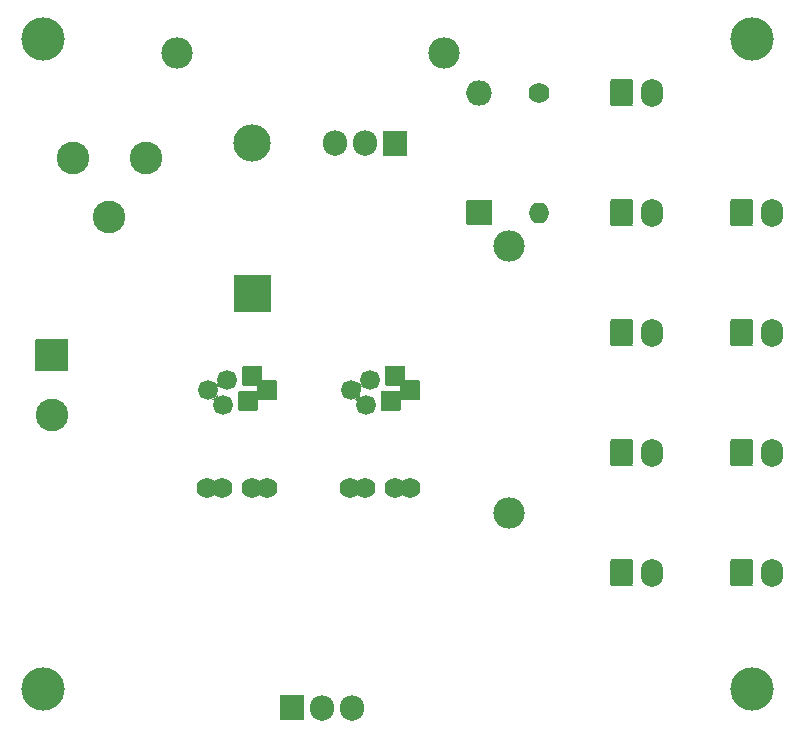
<source format=gbr>
G04 #@! TF.GenerationSoftware,KiCad,Pcbnew,(5.1.7)-1*
G04 #@! TF.CreationDate,2020-12-28T01:12:10+01:00*
G04 #@! TF.ProjectId,power,706f7765-722e-46b6-9963-61645f706362,rev?*
G04 #@! TF.SameCoordinates,Original*
G04 #@! TF.FileFunction,Soldermask,Bot*
G04 #@! TF.FilePolarity,Negative*
%FSLAX46Y46*%
G04 Gerber Fmt 4.6, Leading zero omitted, Abs format (unit mm)*
G04 Created by KiCad (PCBNEW (5.1.7)-1) date 2020-12-28 01:12:10*
%MOMM*%
%LPD*%
G01*
G04 APERTURE LIST*
%ADD10O,1.900000X2.350000*%
%ADD11C,1.684000*%
%ADD12C,2.660000*%
%ADD13O,3.160000X3.160000*%
%ADD14C,3.660000*%
%ADD15O,2.160000X2.160000*%
%ADD16O,2.065000X2.160000*%
%ADD17O,1.760000X1.760000*%
%ADD18C,1.760000*%
%ADD19C,2.760000*%
%ADD20C,0.100000*%
G04 APERTURE END LIST*
D10*
X94135000Y-77625000D03*
G36*
G01*
X90645000Y-78527013D02*
X90645000Y-76722987D01*
G75*
G02*
X90917987Y-76450000I272987J0D01*
G01*
X92272013Y-76450000D01*
G75*
G02*
X92545000Y-76722987I0J-272987D01*
G01*
X92545000Y-78527013D01*
G75*
G02*
X92272013Y-78800000I-272987J0D01*
G01*
X90917987Y-78800000D01*
G75*
G02*
X90645000Y-78527013I0J272987D01*
G01*
G37*
D11*
X60109100Y-61313100D03*
G36*
G01*
X62718900Y-62318900D02*
X62718900Y-63842900D01*
G75*
G02*
X62638900Y-63922900I-80000J0D01*
G01*
X61114900Y-63922900D01*
G75*
G02*
X61034900Y-63842900I0J80000D01*
G01*
X61034900Y-62318900D01*
G75*
G02*
X61114900Y-62238900I80000J0D01*
G01*
X62638900Y-62238900D01*
G75*
G02*
X62718900Y-62318900I0J-80000D01*
G01*
G37*
X59756000Y-63434000D03*
G36*
G01*
X63072000Y-60198000D02*
X63072000Y-61722000D01*
G75*
G02*
X62992000Y-61802000I-80000J0D01*
G01*
X61468000Y-61802000D01*
G75*
G02*
X61388000Y-61722000I0J80000D01*
G01*
X61388000Y-60198000D01*
G75*
G02*
X61468000Y-60118000I80000J0D01*
G01*
X62992000Y-60118000D01*
G75*
G02*
X63072000Y-60198000I0J-80000D01*
G01*
G37*
X58493000Y-62197000D03*
G36*
G01*
X64335000Y-61435000D02*
X64335000Y-62959000D01*
G75*
G02*
X64255000Y-63039000I-80000J0D01*
G01*
X62731000Y-63039000D01*
G75*
G02*
X62651000Y-62959000I0J80000D01*
G01*
X62651000Y-61435000D01*
G75*
G02*
X62731000Y-61355000I80000J0D01*
G01*
X64255000Y-61355000D01*
G75*
G02*
X64335000Y-61435000I0J-80000D01*
G01*
G37*
X48044100Y-61313100D03*
G36*
G01*
X50653900Y-62318900D02*
X50653900Y-63842900D01*
G75*
G02*
X50573900Y-63922900I-80000J0D01*
G01*
X49049900Y-63922900D01*
G75*
G02*
X48969900Y-63842900I0J80000D01*
G01*
X48969900Y-62318900D01*
G75*
G02*
X49049900Y-62238900I80000J0D01*
G01*
X50573900Y-62238900D01*
G75*
G02*
X50653900Y-62318900I0J-80000D01*
G01*
G37*
X47691000Y-63434000D03*
G36*
G01*
X51007000Y-60198000D02*
X51007000Y-61722000D01*
G75*
G02*
X50927000Y-61802000I-80000J0D01*
G01*
X49403000Y-61802000D01*
G75*
G02*
X49323000Y-61722000I0J80000D01*
G01*
X49323000Y-60198000D01*
G75*
G02*
X49403000Y-60118000I80000J0D01*
G01*
X50927000Y-60118000D01*
G75*
G02*
X51007000Y-60198000I0J-80000D01*
G01*
G37*
X46428000Y-62197000D03*
G36*
G01*
X52270000Y-61435000D02*
X52270000Y-62959000D01*
G75*
G02*
X52190000Y-63039000I-80000J0D01*
G01*
X50666000Y-63039000D01*
G75*
G02*
X50586000Y-62959000I0J80000D01*
G01*
X50586000Y-61435000D01*
G75*
G02*
X50666000Y-61355000I80000J0D01*
G01*
X52190000Y-61355000D01*
G75*
G02*
X52270000Y-61435000I0J-80000D01*
G01*
G37*
D12*
X71910000Y-49945000D03*
X71910000Y-72545000D03*
X43815000Y-33655000D03*
X66415000Y-33655000D03*
D13*
X50165000Y-41275000D03*
G36*
G01*
X51665000Y-55555000D02*
X48665000Y-55555000D01*
G75*
G02*
X48585000Y-55475000I0J80000D01*
G01*
X48585000Y-52475000D01*
G75*
G02*
X48665000Y-52395000I80000J0D01*
G01*
X51665000Y-52395000D01*
G75*
G02*
X51745000Y-52475000I0J-80000D01*
G01*
X51745000Y-55475000D01*
G75*
G02*
X51665000Y-55555000I-80000J0D01*
G01*
G37*
D14*
X92460000Y-87460000D03*
X92460000Y-32460000D03*
X32460000Y-87460000D03*
X32460000Y-32460000D03*
D15*
X69370000Y-36985000D03*
G36*
G01*
X70370000Y-48225000D02*
X68370000Y-48225000D01*
G75*
G02*
X68290000Y-48145000I0J80000D01*
G01*
X68290000Y-46145000D01*
G75*
G02*
X68370000Y-46065000I80000J0D01*
G01*
X70370000Y-46065000D01*
G75*
G02*
X70450000Y-46145000I0J-80000D01*
G01*
X70450000Y-48145000D01*
G75*
G02*
X70370000Y-48225000I-80000J0D01*
G01*
G37*
D10*
X94135000Y-47145000D03*
G36*
G01*
X90645000Y-48047013D02*
X90645000Y-46242987D01*
G75*
G02*
X90917987Y-45970000I272987J0D01*
G01*
X92272013Y-45970000D01*
G75*
G02*
X92545000Y-46242987I0J-272987D01*
G01*
X92545000Y-48047013D01*
G75*
G02*
X92272013Y-48320000I-272987J0D01*
G01*
X90917987Y-48320000D01*
G75*
G02*
X90645000Y-48047013I0J272987D01*
G01*
G37*
X83975000Y-36985000D03*
G36*
G01*
X80485000Y-37887013D02*
X80485000Y-36082987D01*
G75*
G02*
X80757987Y-35810000I272987J0D01*
G01*
X82112013Y-35810000D01*
G75*
G02*
X82385000Y-36082987I0J-272987D01*
G01*
X82385000Y-37887013D01*
G75*
G02*
X82112013Y-38160000I-272987J0D01*
G01*
X80757987Y-38160000D01*
G75*
G02*
X80485000Y-37887013I0J272987D01*
G01*
G37*
X83975000Y-47145000D03*
G36*
G01*
X80485000Y-48047013D02*
X80485000Y-46242987D01*
G75*
G02*
X80757987Y-45970000I272987J0D01*
G01*
X82112013Y-45970000D01*
G75*
G02*
X82385000Y-46242987I0J-272987D01*
G01*
X82385000Y-48047013D01*
G75*
G02*
X82112013Y-48320000I-272987J0D01*
G01*
X80757987Y-48320000D01*
G75*
G02*
X80485000Y-48047013I0J272987D01*
G01*
G37*
X83975000Y-77625000D03*
G36*
G01*
X80485000Y-78527013D02*
X80485000Y-76722987D01*
G75*
G02*
X80757987Y-76450000I272987J0D01*
G01*
X82112013Y-76450000D01*
G75*
G02*
X82385000Y-76722987I0J-272987D01*
G01*
X82385000Y-78527013D01*
G75*
G02*
X82112013Y-78800000I-272987J0D01*
G01*
X80757987Y-78800000D01*
G75*
G02*
X80485000Y-78527013I0J272987D01*
G01*
G37*
X83975000Y-57305000D03*
G36*
G01*
X80485000Y-58207013D02*
X80485000Y-56402987D01*
G75*
G02*
X80757987Y-56130000I272987J0D01*
G01*
X82112013Y-56130000D01*
G75*
G02*
X82385000Y-56402987I0J-272987D01*
G01*
X82385000Y-58207013D01*
G75*
G02*
X82112013Y-58480000I-272987J0D01*
G01*
X80757987Y-58480000D01*
G75*
G02*
X80485000Y-58207013I0J272987D01*
G01*
G37*
X94135000Y-67465000D03*
G36*
G01*
X90645000Y-68367013D02*
X90645000Y-66562987D01*
G75*
G02*
X90917987Y-66290000I272987J0D01*
G01*
X92272013Y-66290000D01*
G75*
G02*
X92545000Y-66562987I0J-272987D01*
G01*
X92545000Y-68367013D01*
G75*
G02*
X92272013Y-68640000I-272987J0D01*
G01*
X90917987Y-68640000D01*
G75*
G02*
X90645000Y-68367013I0J272987D01*
G01*
G37*
X94135000Y-57305000D03*
G36*
G01*
X90645000Y-58207013D02*
X90645000Y-56402987D01*
G75*
G02*
X90917987Y-56130000I272987J0D01*
G01*
X92272013Y-56130000D01*
G75*
G02*
X92545000Y-56402987I0J-272987D01*
G01*
X92545000Y-58207013D01*
G75*
G02*
X92272013Y-58480000I-272987J0D01*
G01*
X90917987Y-58480000D01*
G75*
G02*
X90645000Y-58207013I0J272987D01*
G01*
G37*
X83975000Y-67465000D03*
G36*
G01*
X80485000Y-68367013D02*
X80485000Y-66562987D01*
G75*
G02*
X80757987Y-66290000I272987J0D01*
G01*
X82112013Y-66290000D01*
G75*
G02*
X82385000Y-66562987I0J-272987D01*
G01*
X82385000Y-68367013D01*
G75*
G02*
X82112013Y-68640000I-272987J0D01*
G01*
X80757987Y-68640000D01*
G75*
G02*
X80485000Y-68367013I0J272987D01*
G01*
G37*
D16*
X58575000Y-89055000D03*
X56035000Y-89055000D03*
G36*
G01*
X52462500Y-90055000D02*
X52462500Y-88055000D01*
G75*
G02*
X52542500Y-87975000I80000J0D01*
G01*
X54447500Y-87975000D01*
G75*
G02*
X54527500Y-88055000I0J-80000D01*
G01*
X54527500Y-90055000D01*
G75*
G02*
X54447500Y-90135000I-80000J0D01*
G01*
X52542500Y-90135000D01*
G75*
G02*
X52462500Y-90055000I0J80000D01*
G01*
G37*
D17*
X74450000Y-47145000D03*
D18*
X74450000Y-36985000D03*
D16*
X57150000Y-41275000D03*
X59690000Y-41275000D03*
G36*
G01*
X63262500Y-40275000D02*
X63262500Y-42275000D01*
G75*
G02*
X63182500Y-42355000I-80000J0D01*
G01*
X61277500Y-42355000D01*
G75*
G02*
X61197500Y-42275000I0J80000D01*
G01*
X61197500Y-40275000D01*
G75*
G02*
X61277500Y-40195000I80000J0D01*
G01*
X63182500Y-40195000D01*
G75*
G02*
X63262500Y-40275000I0J-80000D01*
G01*
G37*
D19*
X33175000Y-64290000D03*
G36*
G01*
X31875000Y-57830000D02*
X34475000Y-57830000D01*
G75*
G02*
X34555000Y-57910000I0J-80000D01*
G01*
X34555000Y-60510000D01*
G75*
G02*
X34475000Y-60590000I-80000J0D01*
G01*
X31875000Y-60590000D01*
G75*
G02*
X31795000Y-60510000I0J80000D01*
G01*
X31795000Y-57910000D01*
G75*
G02*
X31875000Y-57830000I80000J0D01*
G01*
G37*
X41160000Y-42545000D03*
X38060000Y-47545000D03*
X34960000Y-42545000D03*
D18*
X58460000Y-70485000D03*
X63540000Y-70485000D03*
X59730000Y-70485000D03*
X62270000Y-70485000D03*
X46355000Y-70485000D03*
X51435000Y-70485000D03*
X47625000Y-70485000D03*
X50165000Y-70485000D03*
D20*
G36*
X80486990Y-78526817D02*
G01*
X80492215Y-78579875D01*
X80507637Y-78630712D01*
X80532678Y-78677560D01*
X80566377Y-78718623D01*
X80607440Y-78752322D01*
X80654288Y-78777363D01*
X80705125Y-78792785D01*
X80758183Y-78798010D01*
X80759809Y-78799175D01*
X80759613Y-78801165D01*
X80757987Y-78802000D01*
X80673718Y-78802000D01*
X80673522Y-78801990D01*
X80631810Y-78797882D01*
X80631425Y-78797806D01*
X80597301Y-78787454D01*
X80596939Y-78787304D01*
X80565500Y-78770500D01*
X80565174Y-78770282D01*
X80537613Y-78747664D01*
X80537336Y-78747387D01*
X80514718Y-78719826D01*
X80514500Y-78719500D01*
X80497696Y-78688061D01*
X80497546Y-78687699D01*
X80487194Y-78653575D01*
X80487118Y-78653190D01*
X80483010Y-78611478D01*
X80483000Y-78611282D01*
X80483000Y-78527013D01*
X80484000Y-78525281D01*
X80486000Y-78525281D01*
X80486990Y-78526817D01*
G37*
G36*
X92546165Y-78525387D02*
G01*
X92547000Y-78527013D01*
X92547000Y-78611282D01*
X92546990Y-78611478D01*
X92542882Y-78653190D01*
X92542806Y-78653575D01*
X92532454Y-78687699D01*
X92532304Y-78688061D01*
X92515500Y-78719500D01*
X92515282Y-78719826D01*
X92492664Y-78747387D01*
X92492387Y-78747664D01*
X92464826Y-78770282D01*
X92464500Y-78770500D01*
X92433061Y-78787304D01*
X92432699Y-78787454D01*
X92398575Y-78797806D01*
X92398190Y-78797882D01*
X92356478Y-78801990D01*
X92356282Y-78802000D01*
X92272013Y-78802000D01*
X92270281Y-78801000D01*
X92270281Y-78799000D01*
X92271817Y-78798010D01*
X92324875Y-78792785D01*
X92375712Y-78777363D01*
X92422560Y-78752322D01*
X92463623Y-78718623D01*
X92497322Y-78677560D01*
X92522363Y-78630712D01*
X92537785Y-78579875D01*
X92543010Y-78526817D01*
X92544175Y-78525191D01*
X92546165Y-78525387D01*
G37*
G36*
X90646990Y-78526817D02*
G01*
X90652215Y-78579875D01*
X90667637Y-78630712D01*
X90692678Y-78677560D01*
X90726377Y-78718623D01*
X90767440Y-78752322D01*
X90814288Y-78777363D01*
X90865125Y-78792785D01*
X90918183Y-78798010D01*
X90919809Y-78799175D01*
X90919613Y-78801165D01*
X90917987Y-78802000D01*
X90833718Y-78802000D01*
X90833522Y-78801990D01*
X90791810Y-78797882D01*
X90791425Y-78797806D01*
X90757301Y-78787454D01*
X90756939Y-78787304D01*
X90725500Y-78770500D01*
X90725174Y-78770282D01*
X90697613Y-78747664D01*
X90697336Y-78747387D01*
X90674718Y-78719826D01*
X90674500Y-78719500D01*
X90657696Y-78688061D01*
X90657546Y-78687699D01*
X90647194Y-78653575D01*
X90647118Y-78653190D01*
X90643010Y-78611478D01*
X90643000Y-78611282D01*
X90643000Y-78527013D01*
X90644000Y-78525281D01*
X90646000Y-78525281D01*
X90646990Y-78526817D01*
G37*
G36*
X82386165Y-78525387D02*
G01*
X82387000Y-78527013D01*
X82387000Y-78611282D01*
X82386990Y-78611478D01*
X82382882Y-78653190D01*
X82382806Y-78653575D01*
X82372454Y-78687699D01*
X82372304Y-78688061D01*
X82355500Y-78719500D01*
X82355282Y-78719826D01*
X82332664Y-78747387D01*
X82332387Y-78747664D01*
X82304826Y-78770282D01*
X82304500Y-78770500D01*
X82273061Y-78787304D01*
X82272699Y-78787454D01*
X82238575Y-78797806D01*
X82238190Y-78797882D01*
X82196478Y-78801990D01*
X82196282Y-78802000D01*
X82112013Y-78802000D01*
X82110281Y-78801000D01*
X82110281Y-78799000D01*
X82111817Y-78798010D01*
X82164875Y-78792785D01*
X82215712Y-78777363D01*
X82262560Y-78752322D01*
X82303623Y-78718623D01*
X82337322Y-78677560D01*
X82362363Y-78630712D01*
X82377785Y-78579875D01*
X82383010Y-78526817D01*
X82384175Y-78525191D01*
X82386165Y-78525387D01*
G37*
G36*
X90919719Y-76449000D02*
G01*
X90919719Y-76451000D01*
X90918183Y-76451990D01*
X90865125Y-76457215D01*
X90814288Y-76472637D01*
X90767440Y-76497678D01*
X90726377Y-76531377D01*
X90692678Y-76572440D01*
X90667637Y-76619288D01*
X90652215Y-76670125D01*
X90646990Y-76723183D01*
X90645825Y-76724809D01*
X90643835Y-76724613D01*
X90643000Y-76722987D01*
X90643000Y-76638718D01*
X90643010Y-76638522D01*
X90647118Y-76596810D01*
X90647194Y-76596425D01*
X90657546Y-76562301D01*
X90657696Y-76561939D01*
X90674500Y-76530500D01*
X90674718Y-76530174D01*
X90697336Y-76502613D01*
X90697613Y-76502336D01*
X90725174Y-76479718D01*
X90725500Y-76479500D01*
X90756939Y-76462696D01*
X90757301Y-76462546D01*
X90791425Y-76452194D01*
X90791810Y-76452118D01*
X90833522Y-76448010D01*
X90833718Y-76448000D01*
X90917987Y-76448000D01*
X90919719Y-76449000D01*
G37*
G36*
X80759719Y-76449000D02*
G01*
X80759719Y-76451000D01*
X80758183Y-76451990D01*
X80705125Y-76457215D01*
X80654288Y-76472637D01*
X80607440Y-76497678D01*
X80566377Y-76531377D01*
X80532678Y-76572440D01*
X80507637Y-76619288D01*
X80492215Y-76670125D01*
X80486990Y-76723183D01*
X80485825Y-76724809D01*
X80483835Y-76724613D01*
X80483000Y-76722987D01*
X80483000Y-76638718D01*
X80483010Y-76638522D01*
X80487118Y-76596810D01*
X80487194Y-76596425D01*
X80497546Y-76562301D01*
X80497696Y-76561939D01*
X80514500Y-76530500D01*
X80514718Y-76530174D01*
X80537336Y-76502613D01*
X80537613Y-76502336D01*
X80565174Y-76479718D01*
X80565500Y-76479500D01*
X80596939Y-76462696D01*
X80597301Y-76462546D01*
X80631425Y-76452194D01*
X80631810Y-76452118D01*
X80673522Y-76448010D01*
X80673718Y-76448000D01*
X80757987Y-76448000D01*
X80759719Y-76449000D01*
G37*
G36*
X92356478Y-76448010D02*
G01*
X92398190Y-76452118D01*
X92398575Y-76452194D01*
X92432699Y-76462546D01*
X92433061Y-76462696D01*
X92464500Y-76479500D01*
X92464826Y-76479718D01*
X92492387Y-76502336D01*
X92492664Y-76502613D01*
X92515282Y-76530174D01*
X92515500Y-76530500D01*
X92532304Y-76561939D01*
X92532454Y-76562301D01*
X92542806Y-76596425D01*
X92542882Y-76596810D01*
X92546990Y-76638522D01*
X92547000Y-76638718D01*
X92547000Y-76722987D01*
X92546000Y-76724719D01*
X92544000Y-76724719D01*
X92543010Y-76723183D01*
X92537785Y-76670125D01*
X92522363Y-76619288D01*
X92497322Y-76572440D01*
X92463623Y-76531377D01*
X92422560Y-76497678D01*
X92375712Y-76472637D01*
X92324875Y-76457215D01*
X92271817Y-76451990D01*
X92270191Y-76450825D01*
X92270387Y-76448835D01*
X92272013Y-76448000D01*
X92356282Y-76448000D01*
X92356478Y-76448010D01*
G37*
G36*
X82196478Y-76448010D02*
G01*
X82238190Y-76452118D01*
X82238575Y-76452194D01*
X82272699Y-76462546D01*
X82273061Y-76462696D01*
X82304500Y-76479500D01*
X82304826Y-76479718D01*
X82332387Y-76502336D01*
X82332664Y-76502613D01*
X82355282Y-76530174D01*
X82355500Y-76530500D01*
X82372304Y-76561939D01*
X82372454Y-76562301D01*
X82382806Y-76596425D01*
X82382882Y-76596810D01*
X82386990Y-76638522D01*
X82387000Y-76638718D01*
X82387000Y-76722987D01*
X82386000Y-76724719D01*
X82384000Y-76724719D01*
X82383010Y-76723183D01*
X82377785Y-76670125D01*
X82362363Y-76619288D01*
X82337322Y-76572440D01*
X82303623Y-76531377D01*
X82262560Y-76497678D01*
X82215712Y-76472637D01*
X82164875Y-76457215D01*
X82111817Y-76451990D01*
X82110191Y-76450825D01*
X82110387Y-76448835D01*
X82112013Y-76448000D01*
X82196282Y-76448000D01*
X82196478Y-76448010D01*
G37*
G36*
X92546165Y-68365387D02*
G01*
X92547000Y-68367013D01*
X92547000Y-68451282D01*
X92546990Y-68451478D01*
X92542882Y-68493190D01*
X92542806Y-68493575D01*
X92532454Y-68527699D01*
X92532304Y-68528061D01*
X92515500Y-68559500D01*
X92515282Y-68559826D01*
X92492664Y-68587387D01*
X92492387Y-68587664D01*
X92464826Y-68610282D01*
X92464500Y-68610500D01*
X92433061Y-68627304D01*
X92432699Y-68627454D01*
X92398575Y-68637806D01*
X92398190Y-68637882D01*
X92356478Y-68641990D01*
X92356282Y-68642000D01*
X92272013Y-68642000D01*
X92270281Y-68641000D01*
X92270281Y-68639000D01*
X92271817Y-68638010D01*
X92324875Y-68632785D01*
X92375712Y-68617363D01*
X92422560Y-68592322D01*
X92463623Y-68558623D01*
X92497322Y-68517560D01*
X92522363Y-68470712D01*
X92537785Y-68419875D01*
X92543010Y-68366817D01*
X92544175Y-68365191D01*
X92546165Y-68365387D01*
G37*
G36*
X90646990Y-68366817D02*
G01*
X90652215Y-68419875D01*
X90667637Y-68470712D01*
X90692678Y-68517560D01*
X90726377Y-68558623D01*
X90767440Y-68592322D01*
X90814288Y-68617363D01*
X90865125Y-68632785D01*
X90918183Y-68638010D01*
X90919809Y-68639175D01*
X90919613Y-68641165D01*
X90917987Y-68642000D01*
X90833718Y-68642000D01*
X90833522Y-68641990D01*
X90791810Y-68637882D01*
X90791425Y-68637806D01*
X90757301Y-68627454D01*
X90756939Y-68627304D01*
X90725500Y-68610500D01*
X90725174Y-68610282D01*
X90697613Y-68587664D01*
X90697336Y-68587387D01*
X90674718Y-68559826D01*
X90674500Y-68559500D01*
X90657696Y-68528061D01*
X90657546Y-68527699D01*
X90647194Y-68493575D01*
X90647118Y-68493190D01*
X90643010Y-68451478D01*
X90643000Y-68451282D01*
X90643000Y-68367013D01*
X90644000Y-68365281D01*
X90646000Y-68365281D01*
X90646990Y-68366817D01*
G37*
G36*
X82386165Y-68365387D02*
G01*
X82387000Y-68367013D01*
X82387000Y-68451282D01*
X82386990Y-68451478D01*
X82382882Y-68493190D01*
X82382806Y-68493575D01*
X82372454Y-68527699D01*
X82372304Y-68528061D01*
X82355500Y-68559500D01*
X82355282Y-68559826D01*
X82332664Y-68587387D01*
X82332387Y-68587664D01*
X82304826Y-68610282D01*
X82304500Y-68610500D01*
X82273061Y-68627304D01*
X82272699Y-68627454D01*
X82238575Y-68637806D01*
X82238190Y-68637882D01*
X82196478Y-68641990D01*
X82196282Y-68642000D01*
X82112013Y-68642000D01*
X82110281Y-68641000D01*
X82110281Y-68639000D01*
X82111817Y-68638010D01*
X82164875Y-68632785D01*
X82215712Y-68617363D01*
X82262560Y-68592322D01*
X82303623Y-68558623D01*
X82337322Y-68517560D01*
X82362363Y-68470712D01*
X82377785Y-68419875D01*
X82383010Y-68366817D01*
X82384175Y-68365191D01*
X82386165Y-68365387D01*
G37*
G36*
X80486990Y-68366817D02*
G01*
X80492215Y-68419875D01*
X80507637Y-68470712D01*
X80532678Y-68517560D01*
X80566377Y-68558623D01*
X80607440Y-68592322D01*
X80654288Y-68617363D01*
X80705125Y-68632785D01*
X80758183Y-68638010D01*
X80759809Y-68639175D01*
X80759613Y-68641165D01*
X80757987Y-68642000D01*
X80673718Y-68642000D01*
X80673522Y-68641990D01*
X80631810Y-68637882D01*
X80631425Y-68637806D01*
X80597301Y-68627454D01*
X80596939Y-68627304D01*
X80565500Y-68610500D01*
X80565174Y-68610282D01*
X80537613Y-68587664D01*
X80537336Y-68587387D01*
X80514718Y-68559826D01*
X80514500Y-68559500D01*
X80497696Y-68528061D01*
X80497546Y-68527699D01*
X80487194Y-68493575D01*
X80487118Y-68493190D01*
X80483010Y-68451478D01*
X80483000Y-68451282D01*
X80483000Y-68367013D01*
X80484000Y-68365281D01*
X80486000Y-68365281D01*
X80486990Y-68366817D01*
G37*
G36*
X80759719Y-66289000D02*
G01*
X80759719Y-66291000D01*
X80758183Y-66291990D01*
X80705125Y-66297215D01*
X80654288Y-66312637D01*
X80607440Y-66337678D01*
X80566377Y-66371377D01*
X80532678Y-66412440D01*
X80507637Y-66459288D01*
X80492215Y-66510125D01*
X80486990Y-66563183D01*
X80485825Y-66564809D01*
X80483835Y-66564613D01*
X80483000Y-66562987D01*
X80483000Y-66478718D01*
X80483010Y-66478522D01*
X80487118Y-66436810D01*
X80487194Y-66436425D01*
X80497546Y-66402301D01*
X80497696Y-66401939D01*
X80514500Y-66370500D01*
X80514718Y-66370174D01*
X80537336Y-66342613D01*
X80537613Y-66342336D01*
X80565174Y-66319718D01*
X80565500Y-66319500D01*
X80596939Y-66302696D01*
X80597301Y-66302546D01*
X80631425Y-66292194D01*
X80631810Y-66292118D01*
X80673522Y-66288010D01*
X80673718Y-66288000D01*
X80757987Y-66288000D01*
X80759719Y-66289000D01*
G37*
G36*
X90919719Y-66289000D02*
G01*
X90919719Y-66291000D01*
X90918183Y-66291990D01*
X90865125Y-66297215D01*
X90814288Y-66312637D01*
X90767440Y-66337678D01*
X90726377Y-66371377D01*
X90692678Y-66412440D01*
X90667637Y-66459288D01*
X90652215Y-66510125D01*
X90646990Y-66563183D01*
X90645825Y-66564809D01*
X90643835Y-66564613D01*
X90643000Y-66562987D01*
X90643000Y-66478718D01*
X90643010Y-66478522D01*
X90647118Y-66436810D01*
X90647194Y-66436425D01*
X90657546Y-66402301D01*
X90657696Y-66401939D01*
X90674500Y-66370500D01*
X90674718Y-66370174D01*
X90697336Y-66342613D01*
X90697613Y-66342336D01*
X90725174Y-66319718D01*
X90725500Y-66319500D01*
X90756939Y-66302696D01*
X90757301Y-66302546D01*
X90791425Y-66292194D01*
X90791810Y-66292118D01*
X90833522Y-66288010D01*
X90833718Y-66288000D01*
X90917987Y-66288000D01*
X90919719Y-66289000D01*
G37*
G36*
X92356478Y-66288010D02*
G01*
X92398190Y-66292118D01*
X92398575Y-66292194D01*
X92432699Y-66302546D01*
X92433061Y-66302696D01*
X92464500Y-66319500D01*
X92464826Y-66319718D01*
X92492387Y-66342336D01*
X92492664Y-66342613D01*
X92515282Y-66370174D01*
X92515500Y-66370500D01*
X92532304Y-66401939D01*
X92532454Y-66402301D01*
X92542806Y-66436425D01*
X92542882Y-66436810D01*
X92546990Y-66478522D01*
X92547000Y-66478718D01*
X92547000Y-66562987D01*
X92546000Y-66564719D01*
X92544000Y-66564719D01*
X92543010Y-66563183D01*
X92537785Y-66510125D01*
X92522363Y-66459288D01*
X92497322Y-66412440D01*
X92463623Y-66371377D01*
X92422560Y-66337678D01*
X92375712Y-66312637D01*
X92324875Y-66297215D01*
X92271817Y-66291990D01*
X92270191Y-66290825D01*
X92270387Y-66288835D01*
X92272013Y-66288000D01*
X92356282Y-66288000D01*
X92356478Y-66288010D01*
G37*
G36*
X82196478Y-66288010D02*
G01*
X82238190Y-66292118D01*
X82238575Y-66292194D01*
X82272699Y-66302546D01*
X82273061Y-66302696D01*
X82304500Y-66319500D01*
X82304826Y-66319718D01*
X82332387Y-66342336D01*
X82332664Y-66342613D01*
X82355282Y-66370174D01*
X82355500Y-66370500D01*
X82372304Y-66401939D01*
X82372454Y-66402301D01*
X82382806Y-66436425D01*
X82382882Y-66436810D01*
X82386990Y-66478522D01*
X82387000Y-66478718D01*
X82387000Y-66562987D01*
X82386000Y-66564719D01*
X82384000Y-66564719D01*
X82383010Y-66563183D01*
X82377785Y-66510125D01*
X82362363Y-66459288D01*
X82337322Y-66412440D01*
X82303623Y-66371377D01*
X82262560Y-66337678D01*
X82215712Y-66312637D01*
X82164875Y-66297215D01*
X82111817Y-66291990D01*
X82110191Y-66290825D01*
X82110387Y-66288835D01*
X82112013Y-66288000D01*
X82196282Y-66288000D01*
X82196478Y-66288010D01*
G37*
G36*
X47212220Y-62495997D02*
G01*
X47212547Y-62497796D01*
X47207190Y-62515454D01*
X47204789Y-62539836D01*
X47207190Y-62564217D01*
X47214304Y-62587667D01*
X47225854Y-62609277D01*
X47241398Y-62628217D01*
X47260338Y-62643761D01*
X47281947Y-62655311D01*
X47305397Y-62662425D01*
X47329779Y-62664826D01*
X47354160Y-62662425D01*
X47371825Y-62657066D01*
X47373773Y-62657520D01*
X47374354Y-62659434D01*
X47373171Y-62660828D01*
X47295031Y-62693195D01*
X47158115Y-62784679D01*
X47041679Y-62901115D01*
X46950195Y-63038031D01*
X46910215Y-63134550D01*
X46908628Y-63135768D01*
X46906780Y-63135003D01*
X46906453Y-63133204D01*
X46911810Y-63115546D01*
X46914211Y-63091164D01*
X46911810Y-63066783D01*
X46904696Y-63043333D01*
X46893146Y-63021723D01*
X46877602Y-63002783D01*
X46858662Y-62987239D01*
X46837053Y-62975689D01*
X46813603Y-62968575D01*
X46789221Y-62966174D01*
X46764840Y-62968575D01*
X46747175Y-62973934D01*
X46745227Y-62973480D01*
X46744646Y-62971566D01*
X46745829Y-62970172D01*
X46823969Y-62937805D01*
X46960885Y-62846321D01*
X47077321Y-62729885D01*
X47168805Y-62592969D01*
X47208785Y-62496450D01*
X47210372Y-62495232D01*
X47212220Y-62495997D01*
G37*
G36*
X59277220Y-62495997D02*
G01*
X59277547Y-62497796D01*
X59272190Y-62515454D01*
X59269789Y-62539836D01*
X59272190Y-62564217D01*
X59279304Y-62587667D01*
X59290854Y-62609277D01*
X59306398Y-62628217D01*
X59325338Y-62643761D01*
X59346947Y-62655311D01*
X59370397Y-62662425D01*
X59394779Y-62664826D01*
X59419160Y-62662425D01*
X59436825Y-62657066D01*
X59438773Y-62657520D01*
X59439354Y-62659434D01*
X59438171Y-62660828D01*
X59360031Y-62693195D01*
X59223115Y-62784679D01*
X59106679Y-62901115D01*
X59015195Y-63038031D01*
X58975215Y-63134550D01*
X58973628Y-63135768D01*
X58971780Y-63135003D01*
X58971453Y-63133204D01*
X58976810Y-63115546D01*
X58979211Y-63091164D01*
X58976810Y-63066783D01*
X58969696Y-63043333D01*
X58958146Y-63021723D01*
X58942602Y-63002783D01*
X58923662Y-62987239D01*
X58902053Y-62975689D01*
X58878603Y-62968575D01*
X58854221Y-62966174D01*
X58829840Y-62968575D01*
X58812175Y-62973934D01*
X58810227Y-62973480D01*
X58809646Y-62971566D01*
X58810829Y-62970172D01*
X58888969Y-62937805D01*
X59025885Y-62846321D01*
X59142321Y-62729885D01*
X59233805Y-62592969D01*
X59273785Y-62496450D01*
X59275372Y-62495232D01*
X59277220Y-62495997D01*
G37*
G36*
X47225999Y-61485146D02*
G01*
X47240280Y-61556938D01*
X47303295Y-61709069D01*
X47394779Y-61845985D01*
X47459621Y-61910827D01*
X47460139Y-61912759D01*
X47458725Y-61914173D01*
X47456938Y-61913787D01*
X47442675Y-61902081D01*
X47421065Y-61890531D01*
X47397615Y-61883417D01*
X47373234Y-61881016D01*
X47348853Y-61883417D01*
X47325403Y-61890531D01*
X47303793Y-61902081D01*
X47284853Y-61917625D01*
X47269309Y-61936565D01*
X47257759Y-61958175D01*
X47250645Y-61981625D01*
X47248244Y-62006006D01*
X47250053Y-62024368D01*
X47249228Y-62026190D01*
X47247238Y-62026386D01*
X47246101Y-62024954D01*
X47231820Y-61953162D01*
X47168805Y-61801031D01*
X47077321Y-61664115D01*
X47012479Y-61599273D01*
X47011961Y-61597341D01*
X47013375Y-61595927D01*
X47015162Y-61596313D01*
X47029425Y-61608019D01*
X47051035Y-61619569D01*
X47074485Y-61626683D01*
X47098866Y-61629084D01*
X47123247Y-61626683D01*
X47146697Y-61619569D01*
X47168307Y-61608019D01*
X47187247Y-61592475D01*
X47202791Y-61573535D01*
X47214341Y-61551925D01*
X47221455Y-61528475D01*
X47223856Y-61504094D01*
X47222047Y-61485732D01*
X47222872Y-61483910D01*
X47224862Y-61483714D01*
X47225999Y-61485146D01*
G37*
G36*
X59290999Y-61485146D02*
G01*
X59305280Y-61556938D01*
X59368295Y-61709069D01*
X59459779Y-61845985D01*
X59524621Y-61910827D01*
X59525139Y-61912759D01*
X59523725Y-61914173D01*
X59521938Y-61913787D01*
X59507675Y-61902081D01*
X59486065Y-61890531D01*
X59462615Y-61883417D01*
X59438234Y-61881016D01*
X59413853Y-61883417D01*
X59390403Y-61890531D01*
X59368793Y-61902081D01*
X59349853Y-61917625D01*
X59334309Y-61936565D01*
X59322759Y-61958175D01*
X59315645Y-61981625D01*
X59313244Y-62006006D01*
X59315053Y-62024368D01*
X59314228Y-62026190D01*
X59312238Y-62026386D01*
X59311101Y-62024954D01*
X59296820Y-61953162D01*
X59233805Y-61801031D01*
X59142321Y-61664115D01*
X59077479Y-61599273D01*
X59076961Y-61597341D01*
X59078375Y-61595927D01*
X59080162Y-61596313D01*
X59094425Y-61608019D01*
X59116035Y-61619569D01*
X59139485Y-61626683D01*
X59163866Y-61629084D01*
X59188247Y-61626683D01*
X59211697Y-61619569D01*
X59233307Y-61608019D01*
X59252247Y-61592475D01*
X59267791Y-61573535D01*
X59279341Y-61551925D01*
X59286455Y-61528475D01*
X59288856Y-61504094D01*
X59287047Y-61485732D01*
X59287872Y-61483910D01*
X59289862Y-61483714D01*
X59290999Y-61485146D01*
G37*
G36*
X90646990Y-58206817D02*
G01*
X90652215Y-58259875D01*
X90667637Y-58310712D01*
X90692678Y-58357560D01*
X90726377Y-58398623D01*
X90767440Y-58432322D01*
X90814288Y-58457363D01*
X90865125Y-58472785D01*
X90918183Y-58478010D01*
X90919809Y-58479175D01*
X90919613Y-58481165D01*
X90917987Y-58482000D01*
X90833718Y-58482000D01*
X90833522Y-58481990D01*
X90791810Y-58477882D01*
X90791425Y-58477806D01*
X90757301Y-58467454D01*
X90756939Y-58467304D01*
X90725500Y-58450500D01*
X90725174Y-58450282D01*
X90697613Y-58427664D01*
X90697336Y-58427387D01*
X90674718Y-58399826D01*
X90674500Y-58399500D01*
X90657696Y-58368061D01*
X90657546Y-58367699D01*
X90647194Y-58333575D01*
X90647118Y-58333190D01*
X90643010Y-58291478D01*
X90643000Y-58291282D01*
X90643000Y-58207013D01*
X90644000Y-58205281D01*
X90646000Y-58205281D01*
X90646990Y-58206817D01*
G37*
G36*
X92546165Y-58205387D02*
G01*
X92547000Y-58207013D01*
X92547000Y-58291282D01*
X92546990Y-58291478D01*
X92542882Y-58333190D01*
X92542806Y-58333575D01*
X92532454Y-58367699D01*
X92532304Y-58368061D01*
X92515500Y-58399500D01*
X92515282Y-58399826D01*
X92492664Y-58427387D01*
X92492387Y-58427664D01*
X92464826Y-58450282D01*
X92464500Y-58450500D01*
X92433061Y-58467304D01*
X92432699Y-58467454D01*
X92398575Y-58477806D01*
X92398190Y-58477882D01*
X92356478Y-58481990D01*
X92356282Y-58482000D01*
X92272013Y-58482000D01*
X92270281Y-58481000D01*
X92270281Y-58479000D01*
X92271817Y-58478010D01*
X92324875Y-58472785D01*
X92375712Y-58457363D01*
X92422560Y-58432322D01*
X92463623Y-58398623D01*
X92497322Y-58357560D01*
X92522363Y-58310712D01*
X92537785Y-58259875D01*
X92543010Y-58206817D01*
X92544175Y-58205191D01*
X92546165Y-58205387D01*
G37*
G36*
X80486990Y-58206817D02*
G01*
X80492215Y-58259875D01*
X80507637Y-58310712D01*
X80532678Y-58357560D01*
X80566377Y-58398623D01*
X80607440Y-58432322D01*
X80654288Y-58457363D01*
X80705125Y-58472785D01*
X80758183Y-58478010D01*
X80759809Y-58479175D01*
X80759613Y-58481165D01*
X80757987Y-58482000D01*
X80673718Y-58482000D01*
X80673522Y-58481990D01*
X80631810Y-58477882D01*
X80631425Y-58477806D01*
X80597301Y-58467454D01*
X80596939Y-58467304D01*
X80565500Y-58450500D01*
X80565174Y-58450282D01*
X80537613Y-58427664D01*
X80537336Y-58427387D01*
X80514718Y-58399826D01*
X80514500Y-58399500D01*
X80497696Y-58368061D01*
X80497546Y-58367699D01*
X80487194Y-58333575D01*
X80487118Y-58333190D01*
X80483010Y-58291478D01*
X80483000Y-58291282D01*
X80483000Y-58207013D01*
X80484000Y-58205281D01*
X80486000Y-58205281D01*
X80486990Y-58206817D01*
G37*
G36*
X82386165Y-58205387D02*
G01*
X82387000Y-58207013D01*
X82387000Y-58291282D01*
X82386990Y-58291478D01*
X82382882Y-58333190D01*
X82382806Y-58333575D01*
X82372454Y-58367699D01*
X82372304Y-58368061D01*
X82355500Y-58399500D01*
X82355282Y-58399826D01*
X82332664Y-58427387D01*
X82332387Y-58427664D01*
X82304826Y-58450282D01*
X82304500Y-58450500D01*
X82273061Y-58467304D01*
X82272699Y-58467454D01*
X82238575Y-58477806D01*
X82238190Y-58477882D01*
X82196478Y-58481990D01*
X82196282Y-58482000D01*
X82112013Y-58482000D01*
X82110281Y-58481000D01*
X82110281Y-58479000D01*
X82111817Y-58478010D01*
X82164875Y-58472785D01*
X82215712Y-58457363D01*
X82262560Y-58432322D01*
X82303623Y-58398623D01*
X82337322Y-58357560D01*
X82362363Y-58310712D01*
X82377785Y-58259875D01*
X82383010Y-58206817D01*
X82384175Y-58205191D01*
X82386165Y-58205387D01*
G37*
G36*
X80759719Y-56129000D02*
G01*
X80759719Y-56131000D01*
X80758183Y-56131990D01*
X80705125Y-56137215D01*
X80654288Y-56152637D01*
X80607440Y-56177678D01*
X80566377Y-56211377D01*
X80532678Y-56252440D01*
X80507637Y-56299288D01*
X80492215Y-56350125D01*
X80486990Y-56403183D01*
X80485825Y-56404809D01*
X80483835Y-56404613D01*
X80483000Y-56402987D01*
X80483000Y-56318718D01*
X80483010Y-56318522D01*
X80487118Y-56276810D01*
X80487194Y-56276425D01*
X80497546Y-56242301D01*
X80497696Y-56241939D01*
X80514500Y-56210500D01*
X80514718Y-56210174D01*
X80537336Y-56182613D01*
X80537613Y-56182336D01*
X80565174Y-56159718D01*
X80565500Y-56159500D01*
X80596939Y-56142696D01*
X80597301Y-56142546D01*
X80631425Y-56132194D01*
X80631810Y-56132118D01*
X80673522Y-56128010D01*
X80673718Y-56128000D01*
X80757987Y-56128000D01*
X80759719Y-56129000D01*
G37*
G36*
X90919719Y-56129000D02*
G01*
X90919719Y-56131000D01*
X90918183Y-56131990D01*
X90865125Y-56137215D01*
X90814288Y-56152637D01*
X90767440Y-56177678D01*
X90726377Y-56211377D01*
X90692678Y-56252440D01*
X90667637Y-56299288D01*
X90652215Y-56350125D01*
X90646990Y-56403183D01*
X90645825Y-56404809D01*
X90643835Y-56404613D01*
X90643000Y-56402987D01*
X90643000Y-56318718D01*
X90643010Y-56318522D01*
X90647118Y-56276810D01*
X90647194Y-56276425D01*
X90657546Y-56242301D01*
X90657696Y-56241939D01*
X90674500Y-56210500D01*
X90674718Y-56210174D01*
X90697336Y-56182613D01*
X90697613Y-56182336D01*
X90725174Y-56159718D01*
X90725500Y-56159500D01*
X90756939Y-56142696D01*
X90757301Y-56142546D01*
X90791425Y-56132194D01*
X90791810Y-56132118D01*
X90833522Y-56128010D01*
X90833718Y-56128000D01*
X90917987Y-56128000D01*
X90919719Y-56129000D01*
G37*
G36*
X92356478Y-56128010D02*
G01*
X92398190Y-56132118D01*
X92398575Y-56132194D01*
X92432699Y-56142546D01*
X92433061Y-56142696D01*
X92464500Y-56159500D01*
X92464826Y-56159718D01*
X92492387Y-56182336D01*
X92492664Y-56182613D01*
X92515282Y-56210174D01*
X92515500Y-56210500D01*
X92532304Y-56241939D01*
X92532454Y-56242301D01*
X92542806Y-56276425D01*
X92542882Y-56276810D01*
X92546990Y-56318522D01*
X92547000Y-56318718D01*
X92547000Y-56402987D01*
X92546000Y-56404719D01*
X92544000Y-56404719D01*
X92543010Y-56403183D01*
X92537785Y-56350125D01*
X92522363Y-56299288D01*
X92497322Y-56252440D01*
X92463623Y-56211377D01*
X92422560Y-56177678D01*
X92375712Y-56152637D01*
X92324875Y-56137215D01*
X92271817Y-56131990D01*
X92270191Y-56130825D01*
X92270387Y-56128835D01*
X92272013Y-56128000D01*
X92356282Y-56128000D01*
X92356478Y-56128010D01*
G37*
G36*
X82196478Y-56128010D02*
G01*
X82238190Y-56132118D01*
X82238575Y-56132194D01*
X82272699Y-56142546D01*
X82273061Y-56142696D01*
X82304500Y-56159500D01*
X82304826Y-56159718D01*
X82332387Y-56182336D01*
X82332664Y-56182613D01*
X82355282Y-56210174D01*
X82355500Y-56210500D01*
X82372304Y-56241939D01*
X82372454Y-56242301D01*
X82382806Y-56276425D01*
X82382882Y-56276810D01*
X82386990Y-56318522D01*
X82387000Y-56318718D01*
X82387000Y-56402987D01*
X82386000Y-56404719D01*
X82384000Y-56404719D01*
X82383010Y-56403183D01*
X82377785Y-56350125D01*
X82362363Y-56299288D01*
X82337322Y-56252440D01*
X82303623Y-56211377D01*
X82262560Y-56177678D01*
X82215712Y-56152637D01*
X82164875Y-56137215D01*
X82111817Y-56131990D01*
X82110191Y-56130825D01*
X82110387Y-56128835D01*
X82112013Y-56128000D01*
X82196282Y-56128000D01*
X82196478Y-56128010D01*
G37*
G36*
X90646990Y-48046817D02*
G01*
X90652215Y-48099875D01*
X90667637Y-48150712D01*
X90692678Y-48197560D01*
X90726377Y-48238623D01*
X90767440Y-48272322D01*
X90814288Y-48297363D01*
X90865125Y-48312785D01*
X90918183Y-48318010D01*
X90919809Y-48319175D01*
X90919613Y-48321165D01*
X90917987Y-48322000D01*
X90833718Y-48322000D01*
X90833522Y-48321990D01*
X90791810Y-48317882D01*
X90791425Y-48317806D01*
X90757301Y-48307454D01*
X90756939Y-48307304D01*
X90725500Y-48290500D01*
X90725174Y-48290282D01*
X90697613Y-48267664D01*
X90697336Y-48267387D01*
X90674718Y-48239826D01*
X90674500Y-48239500D01*
X90657696Y-48208061D01*
X90657546Y-48207699D01*
X90647194Y-48173575D01*
X90647118Y-48173190D01*
X90643010Y-48131478D01*
X90643000Y-48131282D01*
X90643000Y-48047013D01*
X90644000Y-48045281D01*
X90646000Y-48045281D01*
X90646990Y-48046817D01*
G37*
G36*
X80486990Y-48046817D02*
G01*
X80492215Y-48099875D01*
X80507637Y-48150712D01*
X80532678Y-48197560D01*
X80566377Y-48238623D01*
X80607440Y-48272322D01*
X80654288Y-48297363D01*
X80705125Y-48312785D01*
X80758183Y-48318010D01*
X80759809Y-48319175D01*
X80759613Y-48321165D01*
X80757987Y-48322000D01*
X80673718Y-48322000D01*
X80673522Y-48321990D01*
X80631810Y-48317882D01*
X80631425Y-48317806D01*
X80597301Y-48307454D01*
X80596939Y-48307304D01*
X80565500Y-48290500D01*
X80565174Y-48290282D01*
X80537613Y-48267664D01*
X80537336Y-48267387D01*
X80514718Y-48239826D01*
X80514500Y-48239500D01*
X80497696Y-48208061D01*
X80497546Y-48207699D01*
X80487194Y-48173575D01*
X80487118Y-48173190D01*
X80483010Y-48131478D01*
X80483000Y-48131282D01*
X80483000Y-48047013D01*
X80484000Y-48045281D01*
X80486000Y-48045281D01*
X80486990Y-48046817D01*
G37*
G36*
X92546165Y-48045387D02*
G01*
X92547000Y-48047013D01*
X92547000Y-48131282D01*
X92546990Y-48131478D01*
X92542882Y-48173190D01*
X92542806Y-48173575D01*
X92532454Y-48207699D01*
X92532304Y-48208061D01*
X92515500Y-48239500D01*
X92515282Y-48239826D01*
X92492664Y-48267387D01*
X92492387Y-48267664D01*
X92464826Y-48290282D01*
X92464500Y-48290500D01*
X92433061Y-48307304D01*
X92432699Y-48307454D01*
X92398575Y-48317806D01*
X92398190Y-48317882D01*
X92356478Y-48321990D01*
X92356282Y-48322000D01*
X92272013Y-48322000D01*
X92270281Y-48321000D01*
X92270281Y-48319000D01*
X92271817Y-48318010D01*
X92324875Y-48312785D01*
X92375712Y-48297363D01*
X92422560Y-48272322D01*
X92463623Y-48238623D01*
X92497322Y-48197560D01*
X92522363Y-48150712D01*
X92537785Y-48099875D01*
X92543010Y-48046817D01*
X92544175Y-48045191D01*
X92546165Y-48045387D01*
G37*
G36*
X82386165Y-48045387D02*
G01*
X82387000Y-48047013D01*
X82387000Y-48131282D01*
X82386990Y-48131478D01*
X82382882Y-48173190D01*
X82382806Y-48173575D01*
X82372454Y-48207699D01*
X82372304Y-48208061D01*
X82355500Y-48239500D01*
X82355282Y-48239826D01*
X82332664Y-48267387D01*
X82332387Y-48267664D01*
X82304826Y-48290282D01*
X82304500Y-48290500D01*
X82273061Y-48307304D01*
X82272699Y-48307454D01*
X82238575Y-48317806D01*
X82238190Y-48317882D01*
X82196478Y-48321990D01*
X82196282Y-48322000D01*
X82112013Y-48322000D01*
X82110281Y-48321000D01*
X82110281Y-48319000D01*
X82111817Y-48318010D01*
X82164875Y-48312785D01*
X82215712Y-48297363D01*
X82262560Y-48272322D01*
X82303623Y-48238623D01*
X82337322Y-48197560D01*
X82362363Y-48150712D01*
X82377785Y-48099875D01*
X82383010Y-48046817D01*
X82384175Y-48045191D01*
X82386165Y-48045387D01*
G37*
G36*
X90919719Y-45969000D02*
G01*
X90919719Y-45971000D01*
X90918183Y-45971990D01*
X90865125Y-45977215D01*
X90814288Y-45992637D01*
X90767440Y-46017678D01*
X90726377Y-46051377D01*
X90692678Y-46092440D01*
X90667637Y-46139288D01*
X90652215Y-46190125D01*
X90646990Y-46243183D01*
X90645825Y-46244809D01*
X90643835Y-46244613D01*
X90643000Y-46242987D01*
X90643000Y-46158718D01*
X90643010Y-46158522D01*
X90647118Y-46116810D01*
X90647194Y-46116425D01*
X90657546Y-46082301D01*
X90657696Y-46081939D01*
X90674500Y-46050500D01*
X90674718Y-46050174D01*
X90697336Y-46022613D01*
X90697613Y-46022336D01*
X90725174Y-45999718D01*
X90725500Y-45999500D01*
X90756939Y-45982696D01*
X90757301Y-45982546D01*
X90791425Y-45972194D01*
X90791810Y-45972118D01*
X90833522Y-45968010D01*
X90833718Y-45968000D01*
X90917987Y-45968000D01*
X90919719Y-45969000D01*
G37*
G36*
X80759719Y-45969000D02*
G01*
X80759719Y-45971000D01*
X80758183Y-45971990D01*
X80705125Y-45977215D01*
X80654288Y-45992637D01*
X80607440Y-46017678D01*
X80566377Y-46051377D01*
X80532678Y-46092440D01*
X80507637Y-46139288D01*
X80492215Y-46190125D01*
X80486990Y-46243183D01*
X80485825Y-46244809D01*
X80483835Y-46244613D01*
X80483000Y-46242987D01*
X80483000Y-46158718D01*
X80483010Y-46158522D01*
X80487118Y-46116810D01*
X80487194Y-46116425D01*
X80497546Y-46082301D01*
X80497696Y-46081939D01*
X80514500Y-46050500D01*
X80514718Y-46050174D01*
X80537336Y-46022613D01*
X80537613Y-46022336D01*
X80565174Y-45999718D01*
X80565500Y-45999500D01*
X80596939Y-45982696D01*
X80597301Y-45982546D01*
X80631425Y-45972194D01*
X80631810Y-45972118D01*
X80673522Y-45968010D01*
X80673718Y-45968000D01*
X80757987Y-45968000D01*
X80759719Y-45969000D01*
G37*
G36*
X82196478Y-45968010D02*
G01*
X82238190Y-45972118D01*
X82238575Y-45972194D01*
X82272699Y-45982546D01*
X82273061Y-45982696D01*
X82304500Y-45999500D01*
X82304826Y-45999718D01*
X82332387Y-46022336D01*
X82332664Y-46022613D01*
X82355282Y-46050174D01*
X82355500Y-46050500D01*
X82372304Y-46081939D01*
X82372454Y-46082301D01*
X82382806Y-46116425D01*
X82382882Y-46116810D01*
X82386990Y-46158522D01*
X82387000Y-46158718D01*
X82387000Y-46242987D01*
X82386000Y-46244719D01*
X82384000Y-46244719D01*
X82383010Y-46243183D01*
X82377785Y-46190125D01*
X82362363Y-46139288D01*
X82337322Y-46092440D01*
X82303623Y-46051377D01*
X82262560Y-46017678D01*
X82215712Y-45992637D01*
X82164875Y-45977215D01*
X82111817Y-45971990D01*
X82110191Y-45970825D01*
X82110387Y-45968835D01*
X82112013Y-45968000D01*
X82196282Y-45968000D01*
X82196478Y-45968010D01*
G37*
G36*
X92356478Y-45968010D02*
G01*
X92398190Y-45972118D01*
X92398575Y-45972194D01*
X92432699Y-45982546D01*
X92433061Y-45982696D01*
X92464500Y-45999500D01*
X92464826Y-45999718D01*
X92492387Y-46022336D01*
X92492664Y-46022613D01*
X92515282Y-46050174D01*
X92515500Y-46050500D01*
X92532304Y-46081939D01*
X92532454Y-46082301D01*
X92542806Y-46116425D01*
X92542882Y-46116810D01*
X92546990Y-46158522D01*
X92547000Y-46158718D01*
X92547000Y-46242987D01*
X92546000Y-46244719D01*
X92544000Y-46244719D01*
X92543010Y-46243183D01*
X92537785Y-46190125D01*
X92522363Y-46139288D01*
X92497322Y-46092440D01*
X92463623Y-46051377D01*
X92422560Y-46017678D01*
X92375712Y-45992637D01*
X92324875Y-45977215D01*
X92271817Y-45971990D01*
X92270191Y-45970825D01*
X92270387Y-45968835D01*
X92272013Y-45968000D01*
X92356282Y-45968000D01*
X92356478Y-45968010D01*
G37*
G36*
X82386165Y-37885387D02*
G01*
X82387000Y-37887013D01*
X82387000Y-37971282D01*
X82386990Y-37971478D01*
X82382882Y-38013190D01*
X82382806Y-38013575D01*
X82372454Y-38047699D01*
X82372304Y-38048061D01*
X82355500Y-38079500D01*
X82355282Y-38079826D01*
X82332664Y-38107387D01*
X82332387Y-38107664D01*
X82304826Y-38130282D01*
X82304500Y-38130500D01*
X82273061Y-38147304D01*
X82272699Y-38147454D01*
X82238575Y-38157806D01*
X82238190Y-38157882D01*
X82196478Y-38161990D01*
X82196282Y-38162000D01*
X82112013Y-38162000D01*
X82110281Y-38161000D01*
X82110281Y-38159000D01*
X82111817Y-38158010D01*
X82164875Y-38152785D01*
X82215712Y-38137363D01*
X82262560Y-38112322D01*
X82303623Y-38078623D01*
X82337322Y-38037560D01*
X82362363Y-37990712D01*
X82377785Y-37939875D01*
X82383010Y-37886817D01*
X82384175Y-37885191D01*
X82386165Y-37885387D01*
G37*
G36*
X80486990Y-37886817D02*
G01*
X80492215Y-37939875D01*
X80507637Y-37990712D01*
X80532678Y-38037560D01*
X80566377Y-38078623D01*
X80607440Y-38112322D01*
X80654288Y-38137363D01*
X80705125Y-38152785D01*
X80758183Y-38158010D01*
X80759809Y-38159175D01*
X80759613Y-38161165D01*
X80757987Y-38162000D01*
X80673718Y-38162000D01*
X80673522Y-38161990D01*
X80631810Y-38157882D01*
X80631425Y-38157806D01*
X80597301Y-38147454D01*
X80596939Y-38147304D01*
X80565500Y-38130500D01*
X80565174Y-38130282D01*
X80537613Y-38107664D01*
X80537336Y-38107387D01*
X80514718Y-38079826D01*
X80514500Y-38079500D01*
X80497696Y-38048061D01*
X80497546Y-38047699D01*
X80487194Y-38013575D01*
X80487118Y-38013190D01*
X80483010Y-37971478D01*
X80483000Y-37971282D01*
X80483000Y-37887013D01*
X80484000Y-37885281D01*
X80486000Y-37885281D01*
X80486990Y-37886817D01*
G37*
G36*
X80759719Y-35809000D02*
G01*
X80759719Y-35811000D01*
X80758183Y-35811990D01*
X80705125Y-35817215D01*
X80654288Y-35832637D01*
X80607440Y-35857678D01*
X80566377Y-35891377D01*
X80532678Y-35932440D01*
X80507637Y-35979288D01*
X80492215Y-36030125D01*
X80486990Y-36083183D01*
X80485825Y-36084809D01*
X80483835Y-36084613D01*
X80483000Y-36082987D01*
X80483000Y-35998718D01*
X80483010Y-35998522D01*
X80487118Y-35956810D01*
X80487194Y-35956425D01*
X80497546Y-35922301D01*
X80497696Y-35921939D01*
X80514500Y-35890500D01*
X80514718Y-35890174D01*
X80537336Y-35862613D01*
X80537613Y-35862336D01*
X80565174Y-35839718D01*
X80565500Y-35839500D01*
X80596939Y-35822696D01*
X80597301Y-35822546D01*
X80631425Y-35812194D01*
X80631810Y-35812118D01*
X80673522Y-35808010D01*
X80673718Y-35808000D01*
X80757987Y-35808000D01*
X80759719Y-35809000D01*
G37*
G36*
X82196478Y-35808010D02*
G01*
X82238190Y-35812118D01*
X82238575Y-35812194D01*
X82272699Y-35822546D01*
X82273061Y-35822696D01*
X82304500Y-35839500D01*
X82304826Y-35839718D01*
X82332387Y-35862336D01*
X82332664Y-35862613D01*
X82355282Y-35890174D01*
X82355500Y-35890500D01*
X82372304Y-35921939D01*
X82372454Y-35922301D01*
X82382806Y-35956425D01*
X82382882Y-35956810D01*
X82386990Y-35998522D01*
X82387000Y-35998718D01*
X82387000Y-36082987D01*
X82386000Y-36084719D01*
X82384000Y-36084719D01*
X82383010Y-36083183D01*
X82377785Y-36030125D01*
X82362363Y-35979288D01*
X82337322Y-35932440D01*
X82303623Y-35891377D01*
X82262560Y-35857678D01*
X82215712Y-35832637D01*
X82164875Y-35817215D01*
X82111817Y-35811990D01*
X82110191Y-35810825D01*
X82110387Y-35808835D01*
X82112013Y-35808000D01*
X82196282Y-35808000D01*
X82196478Y-35808010D01*
G37*
M02*

</source>
